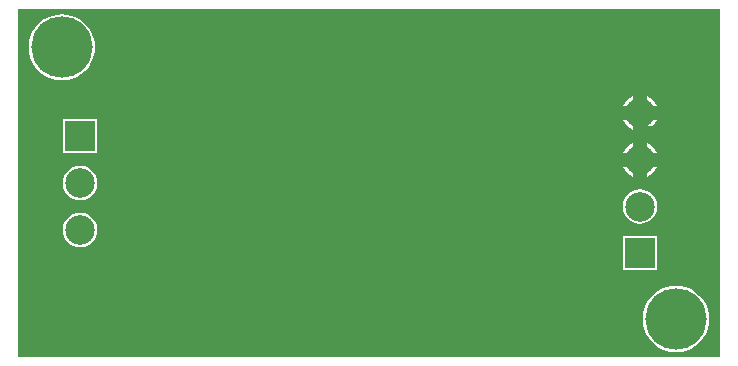
<source format=gbl>
G04*
G04 #@! TF.GenerationSoftware,Altium Limited,Altium Designer,19.1.6 (110)*
G04*
G04 Layer_Physical_Order=2*
G04 Layer_Color=16711680*
%FSLAX43Y43*%
%MOMM*%
G71*
G01*
G75*
%ADD56C,2.500*%
%ADD57R,2.500X2.500*%
%ADD58C,5.200*%
%ADD59C,0.600*%
G36*
X59745Y255D02*
X255D01*
Y29745D01*
X59745D01*
Y255D01*
D02*
G37*
%LPC*%
G36*
X4000Y29309D02*
X3561Y29274D01*
X3132Y29171D01*
X2725Y29003D01*
X2349Y28772D01*
X2014Y28486D01*
X1728Y28151D01*
X1497Y27775D01*
X1329Y27368D01*
X1226Y26939D01*
X1191Y26500D01*
X1226Y26061D01*
X1329Y25632D01*
X1497Y25225D01*
X1728Y24849D01*
X2014Y24514D01*
X2349Y24228D01*
X2725Y23997D01*
X3132Y23829D01*
X3561Y23726D01*
X4000Y23691D01*
X4439Y23726D01*
X4868Y23829D01*
X5275Y23997D01*
X5651Y24228D01*
X5986Y24514D01*
X6272Y24849D01*
X6503Y25225D01*
X6671Y25632D01*
X6774Y26061D01*
X6809Y26500D01*
X6774Y26939D01*
X6671Y27368D01*
X6503Y27775D01*
X6272Y28151D01*
X5986Y28486D01*
X5651Y28772D01*
X5275Y29003D01*
X4868Y29171D01*
X4439Y29274D01*
X4000Y29309D01*
D02*
G37*
G36*
X53550Y22377D02*
Y21540D01*
X54387D01*
X54245Y21805D01*
X54051Y22041D01*
X53815Y22235D01*
X53550Y22377D01*
D02*
G37*
G36*
X52350D02*
X52085Y22235D01*
X51849Y22041D01*
X51655Y21805D01*
X51513Y21540D01*
X52350D01*
Y22377D01*
D02*
G37*
G36*
X54387Y20340D02*
X53550D01*
Y19503D01*
X53815Y19645D01*
X54051Y19839D01*
X54245Y20075D01*
X54387Y20340D01*
D02*
G37*
G36*
X52350D02*
X51513D01*
X51655Y20075D01*
X51849Y19839D01*
X52085Y19645D01*
X52350Y19503D01*
Y20340D01*
D02*
G37*
G36*
X53550Y18417D02*
Y17580D01*
X54387D01*
X54245Y17845D01*
X54051Y18081D01*
X53815Y18275D01*
X53550Y18417D01*
D02*
G37*
G36*
X52350Y18417D02*
X52085Y18275D01*
X51849Y18081D01*
X51655Y17845D01*
X51513Y17580D01*
X52350D01*
Y18417D01*
D02*
G37*
G36*
X7000Y20410D02*
X4100D01*
Y17510D01*
X7000D01*
Y20410D01*
D02*
G37*
G36*
X54387Y16380D02*
X53550D01*
Y15543D01*
X53815Y15685D01*
X54051Y15879D01*
X54245Y16115D01*
X54387Y16380D01*
D02*
G37*
G36*
X52350D02*
X51513D01*
X51655Y16115D01*
X51849Y15879D01*
X52085Y15685D01*
X52350Y15543D01*
Y16380D01*
D02*
G37*
G36*
X5550Y16463D02*
X5171Y16413D01*
X4819Y16267D01*
X4516Y16034D01*
X4283Y15731D01*
X4137Y15379D01*
X4087Y15000D01*
X4137Y14621D01*
X4283Y14269D01*
X4516Y13966D01*
X4819Y13733D01*
X5171Y13587D01*
X5550Y13537D01*
X5929Y13587D01*
X6281Y13733D01*
X6584Y13966D01*
X6817Y14269D01*
X6963Y14621D01*
X7013Y15000D01*
X6963Y15379D01*
X6817Y15731D01*
X6584Y16034D01*
X6281Y16267D01*
X5929Y16413D01*
X5550Y16463D01*
D02*
G37*
G36*
X52950Y14483D02*
X52571Y14433D01*
X52219Y14287D01*
X51916Y14054D01*
X51683Y13751D01*
X51537Y13399D01*
X51487Y13020D01*
X51537Y12641D01*
X51683Y12289D01*
X51916Y11986D01*
X52219Y11753D01*
X52571Y11607D01*
X52950Y11557D01*
X53329Y11607D01*
X53681Y11753D01*
X53984Y11986D01*
X54217Y12289D01*
X54363Y12641D01*
X54413Y13020D01*
X54363Y13399D01*
X54217Y13751D01*
X53984Y14054D01*
X53681Y14287D01*
X53329Y14433D01*
X52950Y14483D01*
D02*
G37*
G36*
X5550Y12503D02*
X5171Y12453D01*
X4819Y12307D01*
X4516Y12074D01*
X4283Y11771D01*
X4137Y11419D01*
X4087Y11040D01*
X4137Y10661D01*
X4283Y10309D01*
X4516Y10006D01*
X4819Y9773D01*
X5171Y9627D01*
X5550Y9577D01*
X5929Y9627D01*
X6281Y9773D01*
X6584Y10006D01*
X6817Y10309D01*
X6963Y10661D01*
X7013Y11040D01*
X6963Y11419D01*
X6817Y11771D01*
X6584Y12074D01*
X6281Y12307D01*
X5929Y12453D01*
X5550Y12503D01*
D02*
G37*
G36*
X54400Y10510D02*
X51500D01*
Y7610D01*
X54400D01*
Y10510D01*
D02*
G37*
G36*
X56000Y6309D02*
X55561Y6274D01*
X55132Y6171D01*
X54725Y6003D01*
X54349Y5772D01*
X54014Y5486D01*
X53728Y5151D01*
X53497Y4775D01*
X53329Y4368D01*
X53226Y3939D01*
X53191Y3500D01*
X53226Y3061D01*
X53329Y2632D01*
X53497Y2225D01*
X53728Y1849D01*
X54014Y1514D01*
X54349Y1228D01*
X54725Y997D01*
X55132Y829D01*
X55561Y726D01*
X56000Y691D01*
X56439Y726D01*
X56868Y829D01*
X57275Y997D01*
X57651Y1228D01*
X57986Y1514D01*
X58272Y1849D01*
X58503Y2225D01*
X58671Y2632D01*
X58774Y3061D01*
X58809Y3500D01*
X58774Y3939D01*
X58671Y4368D01*
X58503Y4775D01*
X58272Y5151D01*
X57986Y5486D01*
X57651Y5772D01*
X57275Y6003D01*
X56868Y6171D01*
X56439Y6274D01*
X56000Y6309D01*
D02*
G37*
%LPD*%
D56*
X5550Y15000D02*
D03*
Y11040D02*
D03*
X52950Y20940D02*
D03*
Y16980D02*
D03*
Y13020D02*
D03*
D57*
X5550Y18960D02*
D03*
X52950Y9060D02*
D03*
D58*
X56000Y3500D02*
D03*
X4000Y26500D02*
D03*
D59*
X17200Y8600D02*
D03*
Y9300D02*
D03*
Y10000D02*
D03*
X16400Y9300D02*
D03*
Y10000D02*
D03*
X12700Y10500D02*
D03*
X13400D02*
D03*
X14100D02*
D03*
X14800D02*
D03*
X15500D02*
D03*
X59200Y28000D02*
D03*
Y25600D02*
D03*
Y23200D02*
D03*
Y20800D02*
D03*
Y18400D02*
D03*
Y16000D02*
D03*
Y13600D02*
D03*
Y11200D02*
D03*
Y8800D02*
D03*
Y6400D02*
D03*
X58000Y28000D02*
D03*
X58600Y26800D02*
D03*
X58000Y25600D02*
D03*
X58600Y24400D02*
D03*
X58000Y23200D02*
D03*
X58600Y22000D02*
D03*
X58000Y20800D02*
D03*
X58600Y19600D02*
D03*
X58000Y18400D02*
D03*
X58600Y17200D02*
D03*
X58000Y16000D02*
D03*
X58600Y14800D02*
D03*
X58000Y13600D02*
D03*
X58600Y12400D02*
D03*
X58000Y11200D02*
D03*
X58600Y10000D02*
D03*
X58000Y8800D02*
D03*
X58600Y7600D02*
D03*
X56800Y28000D02*
D03*
X57400Y26800D02*
D03*
X56800Y25600D02*
D03*
X57400Y24400D02*
D03*
X56800Y23200D02*
D03*
X57400Y22000D02*
D03*
X56800Y20800D02*
D03*
X57400Y19600D02*
D03*
X56800Y18400D02*
D03*
X57400Y17200D02*
D03*
X56800Y16000D02*
D03*
X57400Y14800D02*
D03*
X56800Y13600D02*
D03*
X57400Y12400D02*
D03*
X56800Y11200D02*
D03*
X57400Y10000D02*
D03*
X56800Y8800D02*
D03*
X57400Y7600D02*
D03*
X55600Y28000D02*
D03*
X56200Y26800D02*
D03*
X55600Y25600D02*
D03*
X56200Y24400D02*
D03*
X55600Y23200D02*
D03*
X56200Y22000D02*
D03*
X55600Y20800D02*
D03*
X56200Y19600D02*
D03*
X55600Y18400D02*
D03*
X56200Y17200D02*
D03*
X55600Y16000D02*
D03*
X56200Y14800D02*
D03*
Y12400D02*
D03*
Y10000D02*
D03*
Y7600D02*
D03*
X54400Y28000D02*
D03*
X55000Y26800D02*
D03*
X54400Y25600D02*
D03*
X55000Y24400D02*
D03*
X54400Y23200D02*
D03*
X55000Y22000D02*
D03*
Y19600D02*
D03*
Y17200D02*
D03*
X54400Y6400D02*
D03*
X53200Y28000D02*
D03*
X53800Y26800D02*
D03*
X53200Y25600D02*
D03*
X53800Y24400D02*
D03*
Y19600D02*
D03*
X53200Y6400D02*
D03*
Y1600D02*
D03*
X52000Y28000D02*
D03*
X52600Y26800D02*
D03*
X52000Y25600D02*
D03*
X52600Y24400D02*
D03*
X52000Y23200D02*
D03*
X52600Y19600D02*
D03*
X52000Y6400D02*
D03*
X52600Y5200D02*
D03*
X52000Y4000D02*
D03*
X52600Y2800D02*
D03*
X52000Y1600D02*
D03*
X50800Y28000D02*
D03*
X51400Y26800D02*
D03*
X50800Y25600D02*
D03*
X51400Y24400D02*
D03*
X50800Y23200D02*
D03*
Y20800D02*
D03*
X51400Y19600D02*
D03*
X50800Y18400D02*
D03*
Y16000D02*
D03*
Y6400D02*
D03*
X51400Y5200D02*
D03*
X50800Y4000D02*
D03*
X51400Y2800D02*
D03*
X50800Y1600D02*
D03*
X49600Y28000D02*
D03*
X50200Y26800D02*
D03*
X49600Y25600D02*
D03*
X50200Y24400D02*
D03*
X49600Y23200D02*
D03*
X50200Y22000D02*
D03*
X49600Y20800D02*
D03*
X50200Y19600D02*
D03*
X49600Y18400D02*
D03*
X50200Y17200D02*
D03*
X49600Y16000D02*
D03*
Y6400D02*
D03*
X50200Y5200D02*
D03*
X49600Y4000D02*
D03*
X50200Y2800D02*
D03*
X49600Y1600D02*
D03*
X48400Y6400D02*
D03*
X49000Y5200D02*
D03*
X48400Y4000D02*
D03*
X49000Y2800D02*
D03*
X48400Y1600D02*
D03*
X47200Y8800D02*
D03*
X47800Y7600D02*
D03*
X47200Y6400D02*
D03*
X47800Y5200D02*
D03*
X47200Y4000D02*
D03*
X47800Y2800D02*
D03*
X47200Y1600D02*
D03*
X46000Y20800D02*
D03*
X46600Y19600D02*
D03*
X46000Y18400D02*
D03*
X46600Y17200D02*
D03*
X46000Y16000D02*
D03*
X46600Y14800D02*
D03*
Y10000D02*
D03*
X46000Y8800D02*
D03*
X46600Y7600D02*
D03*
X46000Y6400D02*
D03*
X46600Y5200D02*
D03*
X46000Y4000D02*
D03*
X46600Y2800D02*
D03*
X46000Y1600D02*
D03*
X44800Y20800D02*
D03*
X45400Y19600D02*
D03*
X44800Y18400D02*
D03*
X45400Y17200D02*
D03*
X44800Y16000D02*
D03*
X45400Y14800D02*
D03*
Y10000D02*
D03*
X44800Y8800D02*
D03*
X45400Y7600D02*
D03*
X44800Y6400D02*
D03*
X45400Y5200D02*
D03*
X44800Y4000D02*
D03*
X45400Y2800D02*
D03*
X44800Y1600D02*
D03*
X43600Y28000D02*
D03*
Y23200D02*
D03*
X44200Y22000D02*
D03*
X43600Y20800D02*
D03*
X44200Y19600D02*
D03*
X43600Y18400D02*
D03*
Y6400D02*
D03*
X44200Y5200D02*
D03*
X43600Y4000D02*
D03*
X44200Y2800D02*
D03*
X43600Y1600D02*
D03*
X43000Y19600D02*
D03*
X42400Y18400D02*
D03*
Y6400D02*
D03*
X43000Y5200D02*
D03*
X42400Y4000D02*
D03*
X43000Y2800D02*
D03*
X42400Y1600D02*
D03*
X41200Y18400D02*
D03*
Y6400D02*
D03*
X41800Y5200D02*
D03*
X41200Y4000D02*
D03*
X41800Y2800D02*
D03*
X41200Y1600D02*
D03*
X40600Y10000D02*
D03*
X40000Y8800D02*
D03*
X40600Y7600D02*
D03*
X40000Y6400D02*
D03*
X40600Y5200D02*
D03*
X40000Y4000D02*
D03*
X40600Y2800D02*
D03*
X40000Y1600D02*
D03*
X38800Y13600D02*
D03*
Y11200D02*
D03*
X39400Y10000D02*
D03*
X38800Y8800D02*
D03*
X39400Y7600D02*
D03*
X38800Y6400D02*
D03*
X39400Y5200D02*
D03*
X38800Y4000D02*
D03*
X39400Y2800D02*
D03*
X38800Y1600D02*
D03*
X37600Y28000D02*
D03*
Y25600D02*
D03*
Y23200D02*
D03*
Y20800D02*
D03*
X38200Y17200D02*
D03*
X37600Y16000D02*
D03*
Y13600D02*
D03*
X38200Y12400D02*
D03*
X37600Y11200D02*
D03*
X38200Y10000D02*
D03*
X37600Y8800D02*
D03*
X38200Y7600D02*
D03*
X37600Y6400D02*
D03*
X38200Y5200D02*
D03*
X37600Y4000D02*
D03*
X38200Y2800D02*
D03*
X37600Y1600D02*
D03*
X36400Y28000D02*
D03*
X37000Y26800D02*
D03*
X36400Y25600D02*
D03*
X37000Y24400D02*
D03*
X36400Y23200D02*
D03*
X37000Y22000D02*
D03*
X36400Y20800D02*
D03*
Y16000D02*
D03*
X37000Y14800D02*
D03*
Y10000D02*
D03*
X36400Y8800D02*
D03*
X37000Y7600D02*
D03*
X36400Y6400D02*
D03*
X37000Y5200D02*
D03*
X36400Y4000D02*
D03*
X37000Y2800D02*
D03*
X36400Y1600D02*
D03*
X35200Y28000D02*
D03*
X35800Y26800D02*
D03*
X35200Y25600D02*
D03*
X35800Y24400D02*
D03*
X35200Y23200D02*
D03*
X35800Y22000D02*
D03*
X35200Y20800D02*
D03*
Y18400D02*
D03*
Y13600D02*
D03*
Y11200D02*
D03*
X35800Y10000D02*
D03*
X35200Y8800D02*
D03*
X35800Y7600D02*
D03*
X35200Y6400D02*
D03*
X35800Y5200D02*
D03*
X35200Y4000D02*
D03*
X35800Y2800D02*
D03*
X35200Y1600D02*
D03*
X34000Y28000D02*
D03*
X34600Y26800D02*
D03*
X34000Y25600D02*
D03*
X34600Y24400D02*
D03*
X34000Y23200D02*
D03*
X34600Y22000D02*
D03*
X34000Y13600D02*
D03*
X34600Y12400D02*
D03*
X34000Y11200D02*
D03*
X34600Y10000D02*
D03*
X34000Y8800D02*
D03*
X34600Y7600D02*
D03*
X34000Y6400D02*
D03*
X34600Y5200D02*
D03*
X34000Y4000D02*
D03*
X34600Y2800D02*
D03*
X34000Y1600D02*
D03*
X32800Y28000D02*
D03*
X33400Y26800D02*
D03*
X32800Y25600D02*
D03*
X33400Y24400D02*
D03*
X32800Y23200D02*
D03*
X33400Y22000D02*
D03*
X32800Y13600D02*
D03*
X33400Y12400D02*
D03*
X32800Y11200D02*
D03*
X33400Y10000D02*
D03*
X32800Y8800D02*
D03*
X33400Y7600D02*
D03*
X32800Y6400D02*
D03*
X33400Y5200D02*
D03*
X32800Y4000D02*
D03*
X33400Y2800D02*
D03*
X32800Y1600D02*
D03*
X31600Y28000D02*
D03*
X32200Y26800D02*
D03*
X31600Y25600D02*
D03*
X32200Y24400D02*
D03*
X31600Y23200D02*
D03*
X32200Y22000D02*
D03*
X31600Y20800D02*
D03*
X32200Y17200D02*
D03*
Y14800D02*
D03*
X31600Y13600D02*
D03*
X32200Y12400D02*
D03*
X31600Y11200D02*
D03*
X32200Y10000D02*
D03*
X31600Y8800D02*
D03*
X32200Y7600D02*
D03*
X31600Y6400D02*
D03*
X32200Y5200D02*
D03*
X31600Y4000D02*
D03*
X32200Y2800D02*
D03*
X31600Y1600D02*
D03*
X30400Y28000D02*
D03*
X31000Y26800D02*
D03*
X30400Y25600D02*
D03*
X31000Y24400D02*
D03*
X30400Y23200D02*
D03*
X31000Y22000D02*
D03*
X30400Y20800D02*
D03*
X31000Y17200D02*
D03*
Y14800D02*
D03*
X30400Y13600D02*
D03*
X31000Y12400D02*
D03*
X30400Y11200D02*
D03*
X31000Y10000D02*
D03*
X30400Y8800D02*
D03*
X31000Y7600D02*
D03*
X30400Y6400D02*
D03*
X31000Y5200D02*
D03*
X30400Y4000D02*
D03*
X31000Y2800D02*
D03*
X30400Y1600D02*
D03*
X29200Y28000D02*
D03*
X29800Y26800D02*
D03*
X29200Y25600D02*
D03*
X29800Y24400D02*
D03*
X29200Y23200D02*
D03*
X29800Y22000D02*
D03*
X29200Y20800D02*
D03*
X29800Y17200D02*
D03*
X29200Y16000D02*
D03*
X29800Y14800D02*
D03*
X29200Y13600D02*
D03*
X29800Y12400D02*
D03*
X29200Y11200D02*
D03*
X29800Y10000D02*
D03*
X29200Y8800D02*
D03*
X29800Y7600D02*
D03*
X29200Y6400D02*
D03*
X29800Y5200D02*
D03*
X29200Y4000D02*
D03*
X29800Y2800D02*
D03*
X29200Y1600D02*
D03*
X28000Y28000D02*
D03*
X28600Y26800D02*
D03*
X28000Y25600D02*
D03*
X28600Y24400D02*
D03*
X28000Y23200D02*
D03*
X28600Y22000D02*
D03*
X28000Y20800D02*
D03*
X28600Y17200D02*
D03*
Y14800D02*
D03*
X28000Y13600D02*
D03*
X28600Y12400D02*
D03*
X28000Y11200D02*
D03*
X28600Y10000D02*
D03*
X28000Y8800D02*
D03*
X28600Y7600D02*
D03*
X28000Y6400D02*
D03*
X28600Y5200D02*
D03*
X28000Y4000D02*
D03*
X28600Y2800D02*
D03*
X28000Y1600D02*
D03*
X26800Y28000D02*
D03*
X27400Y26800D02*
D03*
X26800Y25600D02*
D03*
X27400Y24400D02*
D03*
X26800Y23200D02*
D03*
X27400Y22000D02*
D03*
X26800Y20800D02*
D03*
X27400Y17200D02*
D03*
Y14800D02*
D03*
X26800Y13600D02*
D03*
X27400Y10000D02*
D03*
X26800Y8800D02*
D03*
X27400Y7600D02*
D03*
X26800Y6400D02*
D03*
X27400Y5200D02*
D03*
X26800Y4000D02*
D03*
X27400Y2800D02*
D03*
X26800Y1600D02*
D03*
X25600Y28000D02*
D03*
X26200Y26800D02*
D03*
X25600Y25600D02*
D03*
X26200Y24400D02*
D03*
X25600Y23200D02*
D03*
X26200Y22000D02*
D03*
X25600Y20800D02*
D03*
X26200Y10000D02*
D03*
X25600Y8800D02*
D03*
X26200Y7600D02*
D03*
X25600Y6400D02*
D03*
X26200Y5200D02*
D03*
X25600Y4000D02*
D03*
X26200Y2800D02*
D03*
X25600Y1600D02*
D03*
X24400Y28000D02*
D03*
X25000Y26800D02*
D03*
X24400Y25600D02*
D03*
X25000Y24400D02*
D03*
X24400Y23200D02*
D03*
X25000Y22000D02*
D03*
X24400Y20800D02*
D03*
X25000Y10000D02*
D03*
X24400Y8800D02*
D03*
X25000Y7600D02*
D03*
X24400Y6400D02*
D03*
X25000Y5200D02*
D03*
X24400Y4000D02*
D03*
X25000Y2800D02*
D03*
X24400Y1600D02*
D03*
X23200Y28000D02*
D03*
X23800Y26800D02*
D03*
X23200Y25600D02*
D03*
X23800Y24400D02*
D03*
X23200Y23200D02*
D03*
X23800Y22000D02*
D03*
X23200Y20800D02*
D03*
Y13600D02*
D03*
X23800Y12400D02*
D03*
X23200Y11200D02*
D03*
X23800Y10000D02*
D03*
X23200Y8800D02*
D03*
X23800Y7600D02*
D03*
X23200Y6400D02*
D03*
X23800Y5200D02*
D03*
X23200Y4000D02*
D03*
X23800Y2800D02*
D03*
X23200Y1600D02*
D03*
X22000Y28000D02*
D03*
X22600Y26800D02*
D03*
X22000Y25600D02*
D03*
X22600Y24400D02*
D03*
X22000Y23200D02*
D03*
X22600Y22000D02*
D03*
X22000Y20800D02*
D03*
X22600Y19600D02*
D03*
X22000Y13600D02*
D03*
X22600Y12400D02*
D03*
X22000Y11200D02*
D03*
X22600Y10000D02*
D03*
X22000Y8800D02*
D03*
X22600Y7600D02*
D03*
X22000Y6400D02*
D03*
X22600Y5200D02*
D03*
X22000Y4000D02*
D03*
X22600Y2800D02*
D03*
X22000Y1600D02*
D03*
X20800Y28000D02*
D03*
X21400Y26800D02*
D03*
X20800Y25600D02*
D03*
X21400Y24400D02*
D03*
X20800Y23200D02*
D03*
X21400Y22000D02*
D03*
X20800Y20800D02*
D03*
X21400Y19600D02*
D03*
X20800Y13600D02*
D03*
X21400Y10000D02*
D03*
X20800Y8800D02*
D03*
X21400Y7600D02*
D03*
Y5200D02*
D03*
Y2800D02*
D03*
X20800Y1600D02*
D03*
X19600Y28000D02*
D03*
X20200Y26800D02*
D03*
X19600Y25600D02*
D03*
X20200Y24400D02*
D03*
X19600Y23200D02*
D03*
X20200Y22000D02*
D03*
Y2800D02*
D03*
X19600Y1600D02*
D03*
X18400Y28000D02*
D03*
X19000Y26800D02*
D03*
X18400Y25600D02*
D03*
X19000Y24400D02*
D03*
X18400Y23200D02*
D03*
X19000Y22000D02*
D03*
Y2800D02*
D03*
X18400Y1600D02*
D03*
X17200Y28000D02*
D03*
X17800Y26800D02*
D03*
X17200Y25600D02*
D03*
X17800Y24400D02*
D03*
X17200Y23200D02*
D03*
X17800Y22000D02*
D03*
X17200Y13600D02*
D03*
X17800Y12400D02*
D03*
Y2800D02*
D03*
X17200Y1600D02*
D03*
X16000Y28000D02*
D03*
X16600Y26800D02*
D03*
X16000Y25600D02*
D03*
X16600Y24400D02*
D03*
X16000Y13600D02*
D03*
X16600Y12400D02*
D03*
X16000Y1600D02*
D03*
X14800Y28000D02*
D03*
X15400Y26800D02*
D03*
X14800Y25600D02*
D03*
X15400Y24400D02*
D03*
X14800Y13600D02*
D03*
X15400Y12400D02*
D03*
X14800Y1600D02*
D03*
X13600Y28000D02*
D03*
X14200Y26800D02*
D03*
X13600Y25600D02*
D03*
X14200Y24400D02*
D03*
X13600Y23200D02*
D03*
Y16000D02*
D03*
Y13600D02*
D03*
Y1600D02*
D03*
X12400Y28000D02*
D03*
X13000Y26800D02*
D03*
X12400Y25600D02*
D03*
X13000Y24400D02*
D03*
X12400Y23200D02*
D03*
X13000Y22000D02*
D03*
X12400Y16000D02*
D03*
X13000Y14800D02*
D03*
X12400Y13600D02*
D03*
Y11200D02*
D03*
Y1600D02*
D03*
X11200Y28000D02*
D03*
X11800Y26800D02*
D03*
X11200Y25600D02*
D03*
X11800Y24400D02*
D03*
X11200Y23200D02*
D03*
X11800Y22000D02*
D03*
Y14800D02*
D03*
X11200Y1600D02*
D03*
X10000Y28000D02*
D03*
X10600Y26800D02*
D03*
X10000Y25600D02*
D03*
X10600Y24400D02*
D03*
X10000Y23200D02*
D03*
X10600Y22000D02*
D03*
X10000Y16000D02*
D03*
Y13600D02*
D03*
Y8800D02*
D03*
Y1600D02*
D03*
X8800Y28000D02*
D03*
X9400Y26800D02*
D03*
X8800Y25600D02*
D03*
X9400Y24400D02*
D03*
X8800Y23200D02*
D03*
X9400Y22000D02*
D03*
Y17200D02*
D03*
X8800Y16000D02*
D03*
X9400Y14800D02*
D03*
X8800Y13600D02*
D03*
X9400Y12400D02*
D03*
X8800Y11200D02*
D03*
X9400Y10000D02*
D03*
X8800Y8800D02*
D03*
X9400Y2800D02*
D03*
X8800Y1600D02*
D03*
X7600Y28000D02*
D03*
X8200Y26800D02*
D03*
X7600Y25600D02*
D03*
X8200Y24400D02*
D03*
X7600Y23200D02*
D03*
X8200Y22000D02*
D03*
X7600Y4000D02*
D03*
X8200Y2800D02*
D03*
X7600Y1600D02*
D03*
X7000Y24400D02*
D03*
X6400Y23200D02*
D03*
X7000Y22000D02*
D03*
X6400Y20800D02*
D03*
X7000Y5200D02*
D03*
X6400Y4000D02*
D03*
X7000Y2800D02*
D03*
X6400Y1600D02*
D03*
X5200Y23200D02*
D03*
X5800Y22000D02*
D03*
X5200Y20800D02*
D03*
Y6400D02*
D03*
X5800Y5200D02*
D03*
X5200Y4000D02*
D03*
X5800Y2800D02*
D03*
X5200Y1600D02*
D03*
X4000Y23200D02*
D03*
X4600Y22000D02*
D03*
Y7600D02*
D03*
X4000Y6400D02*
D03*
X4600Y5200D02*
D03*
X4000Y4000D02*
D03*
X4600Y2800D02*
D03*
X4000Y1600D02*
D03*
X2800Y23200D02*
D03*
X3400Y22000D02*
D03*
X2800Y20800D02*
D03*
Y8800D02*
D03*
X3400Y7600D02*
D03*
X2800Y6400D02*
D03*
X3400Y5200D02*
D03*
X2800Y4000D02*
D03*
X3400Y2800D02*
D03*
X2800Y1600D02*
D03*
X1600Y23200D02*
D03*
X2200Y22000D02*
D03*
X1600Y20800D02*
D03*
X2200Y19600D02*
D03*
X1600Y18400D02*
D03*
X2200Y17200D02*
D03*
X1600Y16000D02*
D03*
X2200Y14800D02*
D03*
X1600Y13600D02*
D03*
X2200Y12400D02*
D03*
X1600Y11200D02*
D03*
X2200Y10000D02*
D03*
X1600Y8800D02*
D03*
X2200Y7600D02*
D03*
X1600Y6400D02*
D03*
X2200Y5200D02*
D03*
X1600Y4000D02*
D03*
X2200Y2800D02*
D03*
X1600Y1600D02*
D03*
X22500Y15200D02*
D03*
X36900Y17700D02*
D03*
X36400Y18500D02*
D03*
X37400D02*
D03*
X36887Y19271D02*
D03*
X37400Y20000D02*
D03*
X36400D02*
D03*
X21500Y15200D02*
D03*
X23000Y16100D02*
D03*
X22000D02*
D03*
X21000D02*
D03*
X22500Y16900D02*
D03*
X21500D02*
D03*
X23000Y17800D02*
D03*
X22000D02*
D03*
X21000D02*
D03*
M02*

</source>
